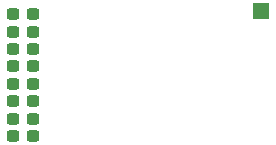
<source format=gbs>
G04 #@! TF.GenerationSoftware,KiCad,Pcbnew,(7.0.0)*
G04 #@! TF.CreationDate,2023-10-24T10:40:17-04:00*
G04 #@! TF.ProjectId,Adc Adapter,41646320-4164-4617-9074-65722e6b6963,rev?*
G04 #@! TF.SameCoordinates,Original*
G04 #@! TF.FileFunction,Soldermask,Bot*
G04 #@! TF.FilePolarity,Negative*
%FSLAX46Y46*%
G04 Gerber Fmt 4.6, Leading zero omitted, Abs format (unit mm)*
G04 Created by KiCad (PCBNEW (7.0.0)) date 2023-10-24 10:40:17*
%MOMM*%
%LPD*%
G01*
G04 APERTURE LIST*
G04 Aperture macros list*
%AMRoundRect*
0 Rectangle with rounded corners*
0 $1 Rounding radius*
0 $2 $3 $4 $5 $6 $7 $8 $9 X,Y pos of 4 corners*
0 Add a 4 corners polygon primitive as box body*
4,1,4,$2,$3,$4,$5,$6,$7,$8,$9,$2,$3,0*
0 Add four circle primitives for the rounded corners*
1,1,$1+$1,$2,$3*
1,1,$1+$1,$4,$5*
1,1,$1+$1,$6,$7*
1,1,$1+$1,$8,$9*
0 Add four rect primitives between the rounded corners*
20,1,$1+$1,$2,$3,$4,$5,0*
20,1,$1+$1,$4,$5,$6,$7,0*
20,1,$1+$1,$6,$7,$8,$9,0*
20,1,$1+$1,$8,$9,$2,$3,0*%
G04 Aperture macros list end*
%ADD10RoundRect,0.237500X-0.300000X-0.237500X0.300000X-0.237500X0.300000X0.237500X-0.300000X0.237500X0*%
%ADD11R,1.350000X1.350000*%
G04 APERTURE END LIST*
D10*
X105919100Y-73124787D03*
X107644100Y-73124787D03*
X105919100Y-68705187D03*
X107644100Y-68705187D03*
X105919100Y-71651587D03*
X107644100Y-71651587D03*
X105919100Y-62812387D03*
X107644100Y-62812387D03*
D11*
X126949199Y-62585599D03*
D10*
X105919100Y-70178387D03*
X107644100Y-70178387D03*
X105919100Y-64285587D03*
X107644100Y-64285587D03*
X105919100Y-65758787D03*
X107644100Y-65758787D03*
X105919100Y-67231987D03*
X107644100Y-67231987D03*
M02*

</source>
